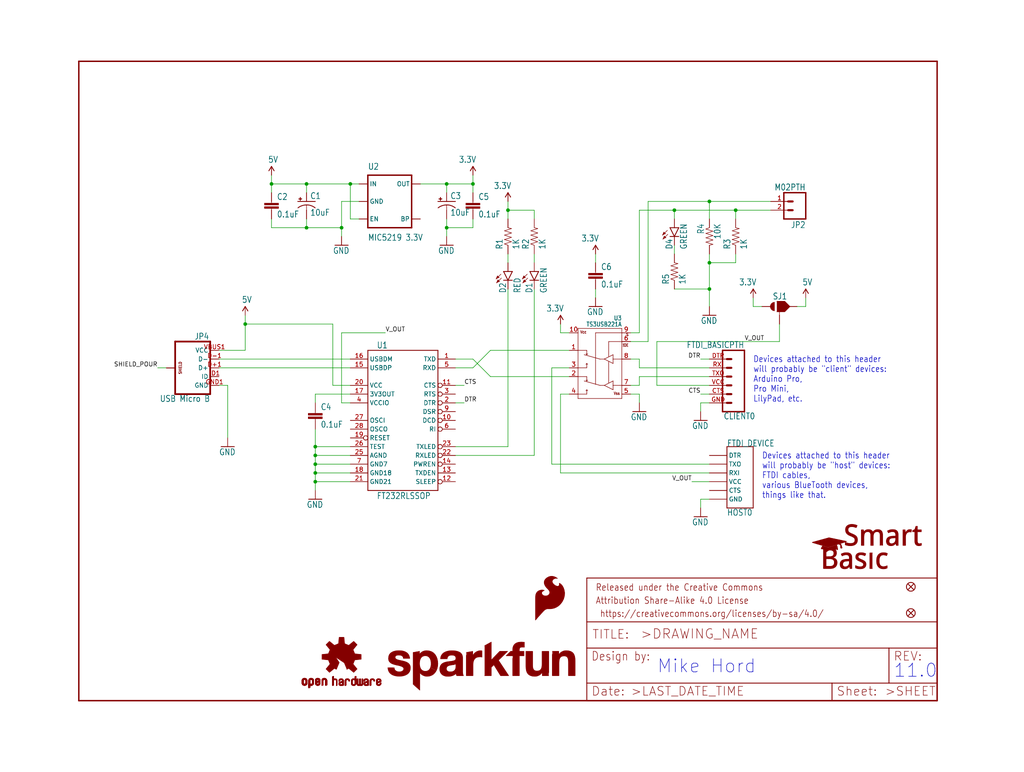
<source format=kicad_sch>
(kicad_sch (version 20211123) (generator eeschema)
  (paper "User" 297.002 223.926)
  (lib_symbols
    (symbol "eagleSchem-eagle-import:0.1UF-25V(+80{slash}-20%)(0603)"
      (property "Reference" "C" (at 1.524 2.921 0))
      (property "Value" "0.1UF-25V(+80{slash}-20%)(0603)" (at 1.524 -2.159 0))
      (symbol "0.1UF-25V(+80{slash}-20%)(0603)_1_0"
        (pin passive line (at 0 5.08 270) (length 2.54) (name "1") (number "1"))
        (pin passive line (at 0 -2.54 90) (length 2.54) (name "2") (number "2"))
      )
    )
    (symbol "eagleSchem-eagle-import:10KOHM1{slash}10W1%(0603)0603"
      (property "Reference" "R" (at -3.81 1.4986 0))
      (property "Value" "10KOHM1{slash}10W1%(0603)0603" (at -3.81 -3.302 0))
      (symbol "10KOHM1{slash}10W1%(0603)0603_1_0"
        (pin passive line (at -5.08 0 0) (length 2.54) (name "1") (number "1"))
        (pin passive line (at 5.08 0 180) (length 2.54) (name "2") (number "2"))
      )
    )
    (symbol "eagleSchem-eagle-import:10UF-16V-10%(TANT)"
      (property "Reference" "C" (at 1.016 0.635 0))
      (property "Value" "10UF-16V-10%(TANT)" (at 1.016 -4.191 0))
      (symbol "10UF-16V-10%(TANT)_1_0"
        (pin passive line (at 0 2.54 270) (length 2.54) (name "+") (number "A"))
        (pin passive line (at 0 -5.08 90) (length 2.54) (name "-") (number "C"))
      )
    )
    (symbol "eagleSchem-eagle-import:1KOHM1{slash}10W1%(0603)"
      (property "Reference" "R" (at -3.81 1.4986 0))
      (property "Value" "1KOHM1{slash}10W1%(0603)" (at -3.81 -3.302 0))
      (symbol "1KOHM1{slash}10W1%(0603)_1_0"
        (pin passive line (at -5.08 0 0) (length 2.54) (name "1") (number "1"))
        (pin passive line (at 5.08 0 180) (length 2.54) (name "2") (number "2"))
      )
    )
    (symbol "eagleSchem-eagle-import:3.3V" (power)
      (property "Value" "3.3V" (at -1.016 3.556 0))
      (symbol "3.3V_1_0"
        (pin power_in line (at 0 0 90) (length 2.54) (name "3.3V") (number "1"))
      )
    )
    (symbol "eagleSchem-eagle-import:5V" (power)
      (property "Value" "5V" (at -1.016 3.556 0))
      (symbol "5V_1_0"
        (pin power_in line (at 0 0 90) (length 2.54) (name "5V") (number "1"))
      )
    )
    (symbol "eagleSchem-eagle-import:FIDUCIAL1X2")
    (symbol "eagleSchem-eagle-import:FRAME-LETTER"
      (symbol "FRAME-LETTER_2_0"
        (text " https://creativecommons.org/licenses/by-sa/4.0/" (at 2.54 24.13 0) (effects (font (size 1.9304 1.6408)) (justify left bottom)))
        (text ">DRAWING_NAME" (at 15.494 17.78 0) (effects (font (size 2.7432 2.7432)) (justify left bottom)))
        (text ">LAST_DATE_TIME" (at 12.7 1.27 0) (effects (font (size 2.54 2.54)) (justify left bottom)))
        (text ">SHEET" (at 86.36 1.27 0) (effects (font (size 2.54 2.54)) (justify left bottom)))
        (text "Attribution Share-Alike 4.0 License" (at 2.54 27.94 0) (effects (font (size 1.9304 1.6408)) (justify left bottom)))
        (text "Date:" (at 1.27 1.27 0) (effects (font (size 2.54 2.54)) (justify left bottom)))
        (text "Design by:" (at 1.27 11.43 0) (effects (font (size 2.54 2.159)) (justify left bottom)))
        (text "Released under the Creative Commons" (at 2.54 31.75 0) (effects (font (size 1.9304 1.6408)) (justify left bottom)))
        (text "REV:" (at 88.9 11.43 0) (effects (font (size 2.54 2.54)) (justify left bottom)))
        (text "Sheet:" (at 72.39 1.27 0) (effects (font (size 2.54 2.54)) (justify left bottom)))
        (text "TITLE:" (at 1.524 17.78 0) (effects (font (size 2.54 2.54)) (justify left bottom)))
      )
    )
    (symbol "eagleSchem-eagle-import:FT232RLSSOP"
      (property "Reference" "U" (at -7.62 20.828 0))
      (property "Value" "FT232RLSSOP" (at -7.62 -22.86 0))
      (symbol "FT232RLSSOP_1_0"
        (pin output line (at 15.24 17.78 180) (length 5.08) (name "TXD") (number "1"))
        (pin input inverted (at 15.24 0 180) (length 5.08) (name "DCD") (number "10"))
        (pin input inverted (at 15.24 10.16 180) (length 5.08) (name "CTS") (number "11"))
        (pin input inverted (at 15.24 -17.78 180) (length 5.08) (name "SLEEP") (number "12"))
        (pin input line (at 15.24 -15.24 180) (length 5.08) (name "TXDEN") (number "13"))
        (pin input inverted (at 15.24 -12.7 180) (length 5.08) (name "PWREN") (number "14"))
        (pin bidirectional line (at -15.24 15.24 0) (length 5.08) (name "USBDP") (number "15"))
        (pin bidirectional line (at -15.24 17.78 0) (length 5.08) (name "USBDM") (number "16"))
        (pin output line (at -15.24 7.62 0) (length 5.08) (name "3V3OUT") (number "17"))
        (pin power_in line (at -15.24 -15.24 0) (length 5.08) (name "GND18") (number "18"))
        (pin input inverted (at -15.24 -5.08 0) (length 5.08) (name "RESET") (number "19"))
        (pin output inverted (at 15.24 5.08 180) (length 5.08) (name "DTR") (number "2"))
        (pin power_in line (at -15.24 10.16 0) (length 5.08) (name "VCC") (number "20"))
        (pin power_in line (at -15.24 -17.78 0) (length 5.08) (name "GND21") (number "21"))
        (pin input inverted (at 15.24 -10.16 180) (length 5.08) (name "RXLED") (number "22"))
        (pin input inverted (at 15.24 -7.62 180) (length 5.08) (name "TXLED") (number "23"))
        (pin power_in line (at -15.24 -10.16 0) (length 5.08) (name "AGND") (number "25"))
        (pin input line (at -15.24 -7.62 0) (length 5.08) (name "TEST") (number "26"))
        (pin input line (at -15.24 0 0) (length 5.08) (name "OSCI") (number "27"))
        (pin output line (at -15.24 -2.54 0) (length 5.08) (name "OSCO") (number "28"))
        (pin output inverted (at 15.24 7.62 180) (length 5.08) (name "RTS") (number "3"))
        (pin power_in line (at -15.24 5.08 0) (length 5.08) (name "VCCIO") (number "4"))
        (pin input line (at 15.24 15.24 180) (length 5.08) (name "RXD") (number "5"))
        (pin input inverted (at 15.24 -2.54 180) (length 5.08) (name "RI") (number "6"))
        (pin power_in line (at -15.24 -12.7 0) (length 5.08) (name "GND7") (number "7"))
        (pin input inverted (at 15.24 2.54 180) (length 5.08) (name "DSR") (number "9"))
      )
    )
    (symbol "eagleSchem-eagle-import:FTDI_BASICPTH"
      (property "Reference" "JP" (at -5.08 10.922 0))
      (property "Value" "FTDI_BASICPTH" (at -5.08 -10.16 0))
      (symbol "FTDI_BASICPTH_1_0"
        (pin passive line (at 5.08 5.08 180) (length 5.08) (name "5") (number "CTS"))
        (pin passive line (at 5.08 -5.08 180) (length 5.08) (name "1") (number "DTR"))
        (pin passive line (at 5.08 7.62 180) (length 5.08) (name "6") (number "GND"))
        (pin passive line (at 5.08 -2.54 180) (length 5.08) (name "2") (number "RXI"))
        (pin passive line (at 5.08 0 180) (length 5.08) (name "3") (number "TXO"))
        (pin passive line (at 5.08 2.54 180) (length 5.08) (name "4") (number "VCC"))
      )
    )
    (symbol "eagleSchem-eagle-import:FTDI_DEVICE"
      (property "Reference" "JP" (at 0 10.16 0))
      (property "Value" "FTDI_DEVICE" (at 0 7.62 0))
      (symbol "FTDI_DEVICE_1_0"
        (pin bidirectional line (at -5.08 5.08 0) (length 5.08) (name "DTR") (number "P$1"))
        (pin bidirectional line (at -5.08 2.54 0) (length 5.08) (name "TXO") (number "P$2"))
        (pin bidirectional line (at -5.08 0 0) (length 5.08) (name "RXI") (number "P$3"))
        (pin bidirectional line (at -5.08 -2.54 0) (length 5.08) (name "VCC") (number "P$4"))
        (pin bidirectional line (at -5.08 -5.08 0) (length 5.08) (name "CTS") (number "P$5"))
        (pin bidirectional line (at -5.08 -7.62 0) (length 5.08) (name "GND") (number "P$6"))
      )
    )
    (symbol "eagleSchem-eagle-import:GND" (power)
      (property "Value" "GND" (at -2.54 -2.54 0))
      (symbol "GND_1_0"
        (pin power_in line (at 0 2.54 270) (length 2.54) (name "GND") (number "1"))
      )
    )
    (symbol "eagleSchem-eagle-import:JUMPER-PAD-3-2OF3_NC_BY_PASTE"
      (property "Value" "JUMPER-PAD-3-2OF3_NC_BY_PASTE" (at 2.54 -1.905 0))
      (symbol "JUMPER-PAD-3-2OF3_NC_BY_PASTE_1_0"
        (pin passive line (at 0 5.08 270) (length 2.54) (name "1") (number "1"))
        (pin passive line (at -5.08 0 0) (length 2.54) (name "2") (number "2"))
        (pin passive line (at 0 -5.08 90) (length 2.54) (name "3") (number "3"))
      )
    )
    (symbol "eagleSchem-eagle-import:LED-GREEN0603"
      (property "Reference" "D" (at 3.556 -4.572 90))
      (property "Value" "LED-GREEN0603" (at 5.715 -4.572 90))
      (symbol "LED-GREEN0603_1_0"
        (pin passive line (at 0 2.54 270) (length 2.54) (name "A") (number "A"))
        (pin passive line (at 0 -5.08 90) (length 2.54) (name "C") (number "C"))
      )
    )
    (symbol "eagleSchem-eagle-import:LED-RED0603"
      (property "Reference" "D" (at 3.556 -4.572 90))
      (property "Value" "LED-RED0603" (at 5.715 -4.572 90))
      (symbol "LED-RED0603_1_0"
        (pin passive line (at 0 2.54 270) (length 2.54) (name "A") (number "A"))
        (pin passive line (at 0 -5.08 90) (length 2.54) (name "C") (number "C"))
      )
    )
    (symbol "eagleSchem-eagle-import:M02PTH"
      (property "Reference" "JP" (at -2.54 5.842 0))
      (property "Value" "M02PTH" (at -2.54 -5.08 0))
      (symbol "M02PTH_1_0"
        (pin passive line (at 7.62 0 180) (length 5.08) (name "1") (number "1"))
        (pin passive line (at 7.62 2.54 180) (length 5.08) (name "2") (number "2"))
      )
    )
    (symbol "eagleSchem-eagle-import:OSHW-LOGOS")
    (symbol "eagleSchem-eagle-import:SFE_LOGO_FLAME.2_INCH")
    (symbol "eagleSchem-eagle-import:SFE_LOGO_NAME.1_INCH")
    (symbol "eagleSchem-eagle-import:SMART_BASIC_LOGO")
    (symbol "eagleSchem-eagle-import:TS3USB221A"
      (property "Reference" "U" (at 0 21.336 0))
      (property "Value" "TS3USB221A" (at 0 19.558 0))
      (symbol "TS3USB221A_1_0"
        (text "!OE" (at -2.032 13.716 0) (effects (font (size 0.8128 0.6908)) (justify left bottom)))
        (text "S" (at -2.032 16.764 0) (effects (font (size 0.8128 0.6908)) (justify left bottom)))
        (text "Vcc" (at 10.16 17.526 0) (effects (font (size 0.8128 0.6908)) (justify left bottom)))
        (text "Vss" (at 0.508 -0.254 0) (effects (font (size 0.8128 0.6908)) (justify left bottom)))
        (pin bidirectional line (at 15.24 12.7 180) (length 2.54) (name "1D+") (number "1"))
        (pin bidirectional line (at 15.24 17.78 180) (length 2.54) (name "VCC") (number "10"))
        (pin bidirectional line (at 15.24 5.08 180) (length 2.54) (name "1D-") (number "2"))
        (pin bidirectional line (at 15.24 7.62 180) (length 2.54) (name "2D+") (number "3"))
        (pin bidirectional line (at 15.24 0 180) (length 2.54) (name "2D-") (number "4"))
        (pin bidirectional line (at -2.54 0 0) (length 2.54) (name "VSS") (number "5"))
        (pin bidirectional line (at -2.54 15.24 0) (length 2.54) (name "~{OE}") (number "6"))
        (pin bidirectional line (at -2.54 2.54 0) (length 2.54) (name "D-") (number "7"))
        (pin bidirectional line (at -2.54 10.16 0) (length 2.54) (name "D+") (number "8"))
        (pin bidirectional line (at -2.54 17.78 0) (length 2.54) (name "S") (number "9"))
      )
    )
    (symbol "eagleSchem-eagle-import:USB_MICROB_PLUGCONN-11752"
      (property "Reference" "JP" (at -4.826 8.128 0))
      (property "Value" "USB_MICROB_PLUGCONN-11752" (at -5.08 -9.906 0))
      (symbol "USB_MICROB_PLUGCONN-11752_1_0"
        (text "SHIELD" (at 4.064 0 900) (effects (font (size 0.8128 0.6908)) (justify bottom)))
        (pin bidirectional line (at -7.62 0 0) (length 2.54) (name "D+") (number "D+1"))
        (pin bidirectional line (at -7.62 2.54 0) (length 2.54) (name "D-") (number "D-1"))
        (pin bidirectional line (at -7.62 -5.08 0) (length 2.54) (name "GND") (number "GND1"))
        (pin bidirectional line (at -7.62 -2.54 0) (length 2.54) (name "ID") (number "ID1"))
        (pin bidirectional line (at 7.62 0 180) (length 2.54) (name "SHIELD") (number "SHIELD1"))
        (pin bidirectional line (at 7.62 0 180) (length 2.54) (name "SHIELD") (number "SHIELD2"))
        (pin bidirectional line (at 7.62 0 180) (length 2.54) (name "SHIELD") (number "SHIELD3"))
        (pin bidirectional line (at -7.62 5.08 0) (length 2.54) (name "VCC") (number "VBUS1"))
      )
    )
    (symbol "eagleSchem-eagle-import:V_REG_MIC52193.3V"
      (property "Reference" "U" (at -7.62 9.144 0))
      (property "Value" "V_REG_MIC52193.3V" (at -7.62 -11.43 0))
      (symbol "V_REG_MIC52193.3V_1_0"
        (pin input line (at -10.16 5.08 0) (length 2.54) (name "IN") (number "1"))
        (pin input line (at -10.16 0 0) (length 2.54) (name "GND") (number "2"))
        (pin input line (at -10.16 -5.08 0) (length 2.54) (name "EN") (number "3"))
        (pin input line (at 7.62 -5.08 180) (length 2.54) (name "BP") (number "4"))
        (pin passive line (at 7.62 5.08 180) (length 2.54) (name "OUT") (number "5"))
      )
    )
  )
  (junction (at 213.36 60.96))
  (junction (at 71.12 93.98))
  (junction (at 91.44 132.08))
  (junction (at 88.9 66.04))
  (junction (at 147.32 60.96))
  (junction (at 91.44 137.16))
  (junction (at 205.74 76.2))
  (junction (at 101.6 53.34))
  (junction (at 205.74 58.42))
  (junction (at 129.54 53.34))
  (junction (at 195.58 60.96))
  (junction (at 78.74 53.34))
  (junction (at 99.06 66.04))
  (junction (at 129.54 66.04))
  (junction (at 91.44 139.7))
  (junction (at 91.44 129.54))
  (junction (at 88.9 53.34))
  (junction (at 91.44 134.62))
  (junction (at 137.16 53.34))
  (junction (at 205.74 83.82))
  (wire (pts (xy 101.6 139.7) (xy 91.44 139.7)))
  (wire (pts (xy 162.56 137.16) (xy 205.74 137.16)))
  (wire (pts (xy 63.5 104.14) (xy 101.6 104.14)))
  (wire (pts (xy 99.06 116.84) (xy 99.06 96.52)))
  (wire (pts (xy 218.44 88.9) (xy 218.44 86.36)))
  (wire (pts (xy 205.74 58.42) (xy 205.74 63.5)))
  (wire (pts (xy 88.9 53.34) (xy 101.6 53.34)))
  (wire (pts (xy 147.32 76.2) (xy 147.32 73.66)))
  (wire (pts (xy 165.1 106.68) (xy 160.02 106.68)))
  (wire (pts (xy 101.6 63.5) (xy 101.6 53.34)))
  (wire (pts (xy 91.44 124.46) (xy 91.44 129.54)))
  (wire (pts (xy 91.44 114.3) (xy 91.44 116.84)))
  (wire (pts (xy 48.26 106.68) (xy 45.72 106.68)))
  (wire (pts (xy 154.94 76.2) (xy 154.94 73.66)))
  (wire (pts (xy 137.16 53.34) (xy 137.16 55.88)))
  (wire (pts (xy 203.2 116.84) (xy 205.74 116.84)))
  (wire (pts (xy 129.54 66.04) (xy 137.16 66.04)))
  (wire (pts (xy 165.1 101.6) (xy 142.24 101.6)))
  (wire (pts (xy 96.52 111.76) (xy 101.6 111.76)))
  (wire (pts (xy 213.36 60.96) (xy 213.36 63.5)))
  (wire (pts (xy 63.5 106.68) (xy 101.6 106.68)))
  (wire (pts (xy 101.6 132.08) (xy 91.44 132.08)))
  (wire (pts (xy 147.32 60.96) (xy 147.32 63.5)))
  (wire (pts (xy 220.98 88.9) (xy 218.44 88.9)))
  (wire (pts (xy 187.96 99.06) (xy 182.88 99.06)))
  (wire (pts (xy 129.54 68.58) (xy 129.54 66.04)))
  (wire (pts (xy 137.16 104.14) (xy 142.24 109.22)))
  (wire (pts (xy 205.74 83.82) (xy 205.74 76.2)))
  (wire (pts (xy 132.08 104.14) (xy 137.16 104.14)))
  (wire (pts (xy 132.08 111.76) (xy 134.62 111.76)))
  (wire (pts (xy 71.12 93.98) (xy 71.12 91.44)))
  (wire (pts (xy 195.58 60.96) (xy 185.42 60.96)))
  (wire (pts (xy 195.58 73.66) (xy 195.58 71.12)))
  (wire (pts (xy 231.14 88.9) (xy 233.68 88.9)))
  (wire (pts (xy 185.42 106.68) (xy 185.42 104.14)))
  (wire (pts (xy 99.06 68.58) (xy 99.06 66.04)))
  (wire (pts (xy 147.32 58.42) (xy 147.32 60.96)))
  (wire (pts (xy 160.02 134.62) (xy 205.74 134.62)))
  (wire (pts (xy 213.36 60.96) (xy 195.58 60.96)))
  (wire (pts (xy 88.9 63.5) (xy 88.9 66.04)))
  (wire (pts (xy 137.16 106.68) (xy 132.08 106.68)))
  (wire (pts (xy 190.5 111.76) (xy 190.5 99.06)))
  (wire (pts (xy 104.14 63.5) (xy 101.6 63.5)))
  (wire (pts (xy 78.74 50.8) (xy 78.74 53.34)))
  (wire (pts (xy 205.74 114.3) (xy 203.2 114.3)))
  (wire (pts (xy 78.74 63.5) (xy 78.74 66.04)))
  (wire (pts (xy 223.52 58.42) (xy 205.74 58.42)))
  (wire (pts (xy 172.72 73.66) (xy 172.72 76.2)))
  (wire (pts (xy 101.6 134.62) (xy 91.44 134.62)))
  (wire (pts (xy 132.08 116.84) (xy 134.62 116.84)))
  (wire (pts (xy 162.56 93.98) (xy 162.56 96.52)))
  (wire (pts (xy 121.92 53.34) (xy 129.54 53.34)))
  (wire (pts (xy 66.04 111.76) (xy 66.04 127)))
  (wire (pts (xy 185.42 109.22) (xy 185.42 111.76)))
  (wire (pts (xy 205.74 76.2) (xy 205.74 73.66)))
  (wire (pts (xy 233.68 88.9) (xy 233.68 86.36)))
  (wire (pts (xy 99.06 58.42) (xy 99.06 66.04)))
  (wire (pts (xy 185.42 60.96) (xy 185.42 96.52)))
  (wire (pts (xy 205.74 111.76) (xy 190.5 111.76)))
  (wire (pts (xy 172.72 83.82) (xy 172.72 86.36)))
  (wire (pts (xy 99.06 96.52) (xy 111.76 96.52)))
  (wire (pts (xy 205.74 104.14) (xy 203.2 104.14)))
  (wire (pts (xy 185.42 104.14) (xy 182.88 104.14)))
  (wire (pts (xy 147.32 60.96) (xy 154.94 60.96)))
  (wire (pts (xy 91.44 139.7) (xy 91.44 142.24)))
  (wire (pts (xy 160.02 106.68) (xy 160.02 134.62)))
  (wire (pts (xy 205.74 58.42) (xy 187.96 58.42)))
  (wire (pts (xy 96.52 93.98) (xy 96.52 111.76)))
  (wire (pts (xy 129.54 66.04) (xy 129.54 63.5)))
  (wire (pts (xy 78.74 66.04) (xy 88.9 66.04)))
  (wire (pts (xy 101.6 129.54) (xy 91.44 129.54)))
  (wire (pts (xy 101.6 114.3) (xy 91.44 114.3)))
  (wire (pts (xy 154.94 60.96) (xy 154.94 63.5)))
  (wire (pts (xy 187.96 58.42) (xy 187.96 99.06)))
  (wire (pts (xy 104.14 58.42) (xy 99.06 58.42)))
  (wire (pts (xy 162.56 114.3) (xy 162.56 137.16)))
  (wire (pts (xy 129.54 53.34) (xy 137.16 53.34)))
  (wire (pts (xy 185.42 111.76) (xy 182.88 111.76)))
  (wire (pts (xy 71.12 101.6) (xy 71.12 93.98)))
  (wire (pts (xy 185.42 114.3) (xy 185.42 116.84)))
  (wire (pts (xy 203.2 119.38) (xy 203.2 116.84)))
  (wire (pts (xy 213.36 60.96) (xy 223.52 60.96)))
  (wire (pts (xy 226.06 99.06) (xy 226.06 93.98)))
  (wire (pts (xy 147.32 83.82) (xy 147.32 129.54)))
  (wire (pts (xy 165.1 114.3) (xy 162.56 114.3)))
  (wire (pts (xy 101.6 137.16) (xy 91.44 137.16)))
  (wire (pts (xy 162.56 96.52) (xy 165.1 96.52)))
  (wire (pts (xy 63.5 101.6) (xy 71.12 101.6)))
  (wire (pts (xy 154.94 132.08) (xy 132.08 132.08)))
  (wire (pts (xy 91.44 137.16) (xy 91.44 139.7)))
  (wire (pts (xy 137.16 50.8) (xy 137.16 53.34)))
  (wire (pts (xy 190.5 99.06) (xy 226.06 99.06)))
  (wire (pts (xy 91.44 132.08) (xy 91.44 134.62)))
  (wire (pts (xy 137.16 66.04) (xy 137.16 63.5)))
  (wire (pts (xy 129.54 53.34) (xy 129.54 55.88)))
  (wire (pts (xy 195.58 60.96) (xy 195.58 63.5)))
  (wire (pts (xy 213.36 76.2) (xy 205.74 76.2)))
  (wire (pts (xy 203.2 144.78) (xy 203.2 147.32)))
  (wire (pts (xy 195.58 83.82) (xy 205.74 83.82)))
  (wire (pts (xy 78.74 53.34) (xy 78.74 55.88)))
  (wire (pts (xy 147.32 129.54) (xy 132.08 129.54)))
  (wire (pts (xy 91.44 129.54) (xy 91.44 132.08)))
  (wire (pts (xy 213.36 73.66) (xy 213.36 76.2)))
  (wire (pts (xy 205.74 106.68) (xy 185.42 106.68)))
  (wire (pts (xy 101.6 53.34) (xy 104.14 53.34)))
  (wire (pts (xy 142.24 109.22) (xy 165.1 109.22)))
  (wire (pts (xy 205.74 109.22) (xy 185.42 109.22)))
  (wire (pts (xy 154.94 83.82) (xy 154.94 132.08)))
  (wire (pts (xy 88.9 55.88) (xy 88.9 53.34)))
  (wire (pts (xy 78.74 53.34) (xy 88.9 53.34)))
  (wire (pts (xy 91.44 134.62) (xy 91.44 137.16)))
  (wire (pts (xy 96.52 93.98) (xy 71.12 93.98)))
  (wire (pts (xy 205.74 139.7) (xy 200.66 139.7)))
  (wire (pts (xy 182.88 114.3) (xy 185.42 114.3)))
  (wire (pts (xy 185.42 96.52) (xy 182.88 96.52)))
  (wire (pts (xy 142.24 101.6) (xy 137.16 106.68)))
  (wire (pts (xy 99.06 66.04) (xy 88.9 66.04)))
  (wire (pts (xy 63.5 111.76) (xy 66.04 111.76)))
  (wire (pts (xy 205.74 88.9) (xy 205.74 83.82)))
  (wire (pts (xy 101.6 116.84) (xy 99.06 116.84)))
  (wire (pts (xy 205.74 144.78) (xy 203.2 144.78)))
  (text "Devices attached to this header\nwill probably be \"client\" devices:\nArduino Pro,\nPro Mini,\nLilyPad, etc." (at 218.44 116.84 0) (effects (font (size 1.778 1.5113)) (justify left bottom)))
  (text "Mike Hord" (at 190.5 195.58 180) (effects (font (size 3.81 3.81)) (justify left bottom)))
  (text "Devices attached to this header\nwill probably be \"host\" devices:\nFTDI cables,\nvarious BlueTooth devices,\nthings like that." (at 220.98 144.78 0) (effects (font (size 1.778 1.5113)) (justify left bottom)))
  (text "11.0" (at 259.08 196.85 180) (effects (font (size 3.81 3.81)) (justify left bottom)))
  (label "V_OUT" (at 215.9 99.06 0) (effects (font (size 1.2446 1.2446))))
  (label "CTS" (at 134.62 111.76 0) (effects (font (size 1.2446 1.2446))))
  (label "DTR" (at 134.62 116.84 0) (effects (font (size 1.2446 1.2446))))
  (label "SHIELD_POUR" (at 45.72 106.68 180) (effects (font (size 1.2446 1.2446))))
  (label "V_OUT" (at 111.76 96.52 0) (effects (font (size 1.2446 1.2446))))
  (label "V_OUT" (at 200.66 139.7 180) (effects (font (size 1.2446 1.2446))))
  (label "DTR" (at 203.2 104.14 180) (effects (font (size 1.2446 1.2446))))
  (label "CTS" (at 203.2 114.3 180) (effects (font (size 1.2446 1.2446))))
  (symbol (lib_id "eagleSchem-eagle-import:5V") (at 78.74 50.8 0) (unit 1)
    (property "Reference" "#SUPPLY1" (effects hide))
    (property "Value" "5V" (at 77.724 47.244 0) (effects (font (size 1.778 1.5113)) (justify left bottom)))
    (property "Footprint" "eagleSchem:" (effects hide))
  )
  (symbol (lib_id "eagleSchem-eagle-import:FIDUCIAL1X2") (at 264.16 177.8 0) (unit 1)
    (property "Reference" "FID2" (effects hide))
    (property "Value" "FIDUCIAL1X2" (effects hide))
    (property "Footprint" "eagleSchem:FIDUCIAL-1X2" (effects hide))
  )
  (symbol (lib_id "eagleSchem-eagle-import:GND") (at 172.72 88.9 0) (unit 1)
    (property "Reference" "#GND9" (effects hide))
    (property "Value" "GND" (at 170.18 91.44 0) (effects (font (size 1.778 1.5113)) (justify left bottom)))
    (property "Footprint" "eagleSchem:" (effects hide))
  )
  (symbol (lib_id "eagleSchem-eagle-import:1KOHM1{slash}10W1%(0603)") (at 154.94 68.58 90) (unit 1)
    (property "Reference" "R2" (at 153.4414 72.39 0) (effects (font (size 1.778 1.5113)) (justify left bottom)))
    (property "Value" "1K" (at 158.242 72.39 0) (effects (font (size 1.778 1.5113)) (justify left bottom)))
    (property "Footprint" "eagleSchem:0603-RES" (effects hide))
  )
  (symbol (lib_id "eagleSchem-eagle-import:1KOHM1{slash}10W1%(0603)") (at 147.32 68.58 90) (unit 1)
    (property "Reference" "R1" (at 145.8214 72.39 0) (effects (font (size 1.778 1.5113)) (justify left bottom)))
    (property "Value" "1K" (at 150.622 72.39 0) (effects (font (size 1.778 1.5113)) (justify left bottom)))
    (property "Footprint" "eagleSchem:0603-RES" (effects hide))
  )
  (symbol (lib_id "eagleSchem-eagle-import:3.3V") (at 147.32 58.42 0) (mirror y) (unit 1)
    (property "Reference" "#SUPPLY2" (effects hide))
    (property "Value" "3.3V" (at 148.336 54.864 0) (effects (font (size 1.778 1.5113)) (justify left bottom)))
    (property "Footprint" "eagleSchem:" (effects hide))
  )
  (symbol (lib_id "eagleSchem-eagle-import:10UF-16V-10%(TANT)") (at 88.9 58.42 0) (unit 1)
    (property "Reference" "C1" (at 89.916 57.785 0) (effects (font (size 1.778 1.5113)) (justify left bottom)))
    (property "Value" "10uF" (at 89.916 62.611 0) (effects (font (size 1.778 1.5113)) (justify left bottom)))
    (property "Footprint" "eagleSchem:EIA3216" (effects hide))
  )
  (symbol (lib_id "eagleSchem-eagle-import:3.3V") (at 137.16 50.8 0) (mirror y) (unit 1)
    (property "Reference" "#SUPPLY3" (effects hide))
    (property "Value" "3.3V" (at 138.176 47.244 0) (effects (font (size 1.778 1.5113)) (justify left bottom)))
    (property "Footprint" "eagleSchem:" (effects hide))
  )
  (symbol (lib_id "eagleSchem-eagle-import:TS3USB221A") (at 180.34 114.3 0) (mirror y) (unit 1)
    (property "Reference" "U3" (at 180.34 92.964 0) (effects (font (size 1.27 1.0795)) (justify left bottom)))
    (property "Value" "TS3USB221A" (at 180.34 94.742 0) (effects (font (size 1.27 1.0795)) (justify left bottom)))
    (property "Footprint" "eagleSchem:QFN-10-RSE" (effects hide))
  )
  (symbol (lib_id "eagleSchem-eagle-import:FIDUCIAL1X2") (at 264.16 170.18 0) (unit 1)
    (property "Reference" "FID1" (effects hide))
    (property "Value" "FIDUCIAL1X2" (effects hide))
    (property "Footprint" "eagleSchem:FIDUCIAL-1X2" (effects hide))
  )
  (symbol (lib_id "eagleSchem-eagle-import:SMART_BASIC_LOGO") (at 238.76 165.1 0) (unit 1)
    (property "Reference" "U$1" (effects hide))
    (property "Value" "SMART_BASIC_LOGO" (effects hide))
    (property "Footprint" "eagleSchem:SMART_BASIC_LOGO" (effects hide))
  )
  (symbol (lib_id "eagleSchem-eagle-import:GND") (at 66.04 129.54 0) (unit 1)
    (property "Reference" "#GND1" (effects hide))
    (property "Value" "GND" (at 63.5 132.08 0) (effects (font (size 1.778 1.5113)) (justify left bottom)))
    (property "Footprint" "eagleSchem:" (effects hide))
  )
  (symbol (lib_id "eagleSchem-eagle-import:GND") (at 99.06 71.12 0) (unit 1)
    (property "Reference" "#GND6" (effects hide))
    (property "Value" "GND" (at 96.52 73.66 0) (effects (font (size 1.778 1.5113)) (justify left bottom)))
    (property "Footprint" "eagleSchem:" (effects hide))
  )
  (symbol (lib_id "eagleSchem-eagle-import:FT232RLSSOP") (at 116.84 121.92 0) (unit 1)
    (property "Reference" "U1" (at 109.22 101.092 0) (effects (font (size 1.778 1.5113)) (justify left bottom)))
    (property "Value" "FT232RLSSOP" (at 109.22 144.78 0) (effects (font (size 1.778 1.5113)) (justify left bottom)))
    (property "Footprint" "eagleSchem:SSOP28DB" (effects hide))
  )
  (symbol (lib_id "eagleSchem-eagle-import:3.3V") (at 172.72 73.66 0) (mirror y) (unit 1)
    (property "Reference" "#SUPPLY9" (effects hide))
    (property "Value" "3.3V" (at 173.736 70.104 0) (effects (font (size 1.778 1.5113)) (justify left bottom)))
    (property "Footprint" "eagleSchem:" (effects hide))
  )
  (symbol (lib_id "eagleSchem-eagle-import:SFE_LOGO_NAME.1_INCH") (at 110.49 200.152 0) (unit 1)
    (property "Reference" "LOGO1" (effects hide))
    (property "Value" "SFE_LOGO_NAME.1_INCH" (effects hide))
    (property "Footprint" "eagleSchem:SFE_LOGO_NAME_.1" (effects hide))
  )
  (symbol (lib_id "eagleSchem-eagle-import:5V") (at 71.12 91.44 0) (unit 1)
    (property "Reference" "#SUPPLY4" (effects hide))
    (property "Value" "5V" (at 70.104 87.884 0) (effects (font (size 1.778 1.5113)) (justify left bottom)))
    (property "Footprint" "eagleSchem:" (effects hide))
  )
  (symbol (lib_id "eagleSchem-eagle-import:OSHW-LOGOS") (at 99.06 190.5 0) (unit 1)
    (property "Reference" "LOGO3" (effects hide))
    (property "Value" "OSHW-LOGOS" (effects hide))
    (property "Footprint" "eagleSchem:OSHW-LOGO-S" (effects hide))
  )
  (symbol (lib_id "eagleSchem-eagle-import:GND") (at 205.74 91.44 0) (unit 1)
    (property "Reference" "#GND3" (effects hide))
    (property "Value" "GND" (at 203.2 93.98 0) (effects (font (size 1.778 1.5113)) (justify left bottom)))
    (property "Footprint" "eagleSchem:" (effects hide))
  )
  (symbol (lib_id "eagleSchem-eagle-import:FTDI_BASICPTH") (at 210.82 109.22 180) (unit 1)
    (property "Reference" "CLIENT0" (at 209.804 121.666 0) (effects (font (size 1.778 1.5113)) (justify right top)))
    (property "Value" "FTDI_BASICPTH" (at 215.9 99.06 0) (effects (font (size 1.778 1.5113)) (justify left bottom)))
    (property "Footprint" "eagleSchem:FTDI_BASIC" (effects hide))
  )
  (symbol (lib_id "eagleSchem-eagle-import:3.3V") (at 218.44 86.36 0) (mirror y) (unit 1)
    (property "Reference" "#SUPPLY6" (effects hide))
    (property "Value" "3.3V" (at 219.456 82.804 0) (effects (font (size 1.778 1.5113)) (justify left bottom)))
    (property "Footprint" "eagleSchem:" (effects hide))
  )
  (symbol (lib_id "eagleSchem-eagle-import:LED-GREEN0603") (at 195.58 66.04 0) (unit 1)
    (property "Reference" "D4" (at 195.072 72.39 90) (effects (font (size 1.778 1.5113)) (justify left bottom)))
    (property "Value" "GREEN" (at 199.263 72.39 90) (effects (font (size 1.778 1.5113)) (justify left bottom)))
    (property "Footprint" "eagleSchem:LED-0603" (effects hide))
  )
  (symbol (lib_id "eagleSchem-eagle-import:0.1UF-25V(+80{slash}-20%)(0603)") (at 172.72 81.28 0) (unit 1)
    (property "Reference" "C6" (at 174.244 78.359 0) (effects (font (size 1.778 1.5113)) (justify left bottom)))
    (property "Value" "0.1uF" (at 174.244 83.439 0) (effects (font (size 1.778 1.5113)) (justify left bottom)))
    (property "Footprint" "eagleSchem:0603-CAP" (effects hide))
  )
  (symbol (lib_id "eagleSchem-eagle-import:3.3V") (at 162.56 93.98 0) (mirror y) (unit 1)
    (property "Reference" "#SUPPLY7" (effects hide))
    (property "Value" "3.3V" (at 163.576 90.424 0) (effects (font (size 1.778 1.5113)) (justify left bottom)))
    (property "Footprint" "eagleSchem:" (effects hide))
  )
  (symbol (lib_id "eagleSchem-eagle-import:LED-GREEN0603") (at 154.94 78.74 0) (unit 1)
    (property "Reference" "D1" (at 154.432 85.09 90) (effects (font (size 1.778 1.5113)) (justify left bottom)))
    (property "Value" "GREEN" (at 158.623 85.09 90) (effects (font (size 1.778 1.5113)) (justify left bottom)))
    (property "Footprint" "eagleSchem:LED-0603" (effects hide))
  )
  (symbol (lib_id "eagleSchem-eagle-import:0.1UF-25V(+80{slash}-20%)(0603)") (at 78.74 60.96 0) (unit 1)
    (property "Reference" "C2" (at 80.264 58.039 0) (effects (font (size 1.778 1.5113)) (justify left bottom)))
    (property "Value" "0.1uF" (at 80.264 63.119 0) (effects (font (size 1.778 1.5113)) (justify left bottom)))
    (property "Footprint" "eagleSchem:0603-CAP" (effects hide))
  )
  (symbol (lib_id "eagleSchem-eagle-import:LED-RED0603") (at 147.32 78.74 0) (unit 1)
    (property "Reference" "D2" (at 146.812 85.09 90) (effects (font (size 1.778 1.5113)) (justify left bottom)))
    (property "Value" "RED" (at 151.003 85.09 90) (effects (font (size 1.778 1.5113)) (justify left bottom)))
    (property "Footprint" "eagleSchem:LED-0603" (effects hide))
  )
  (symbol (lib_id "eagleSchem-eagle-import:10KOHM1{slash}10W1%(0603)0603") (at 205.74 68.58 90) (mirror x) (unit 1)
    (property "Reference" "R4" (at 204.2414 64.77 0) (effects (font (size 1.778 1.5113)) (justify left bottom)))
    (property "Value" "10K" (at 209.042 64.77 0) (effects (font (size 1.778 1.5113)) (justify left bottom)))
    (property "Footprint" "eagleSchem:0603-RES" (effects hide))
  )
  (symbol (lib_id "eagleSchem-eagle-import:GND") (at 185.42 119.38 0) (unit 1)
    (property "Reference" "#GND2" (effects hide))
    (property "Value" "GND" (at 182.88 121.92 0) (effects (font (size 1.778 1.5113)) (justify left bottom)))
    (property "Footprint" "eagleSchem:" (effects hide))
  )
  (symbol (lib_id "eagleSchem-eagle-import:FTDI_DEVICE") (at 210.82 137.16 0) (unit 1)
    (property "Reference" "HOST0" (at 210.82 149.606 0) (effects (font (size 1.778 1.5113)) (justify left bottom)))
    (property "Value" "FTDI_DEVICE" (at 210.82 129.54 0) (effects (font (size 1.778 1.5113)) (justify left bottom)))
    (property "Footprint" "eagleSchem:FTDI_DEVICE_SIDE" (effects hide))
  )
  (symbol (lib_id "eagleSchem-eagle-import:0.1UF-25V(+80{slash}-20%)(0603)") (at 91.44 121.92 0) (unit 1)
    (property "Reference" "C4" (at 92.964 118.999 0) (effects (font (size 1.778 1.5113)) (justify left bottom)))
    (property "Value" "0.1uF" (at 92.964 124.079 0) (effects (font (size 1.778 1.5113)) (justify left bottom)))
    (property "Footprint" "eagleSchem:0603-CAP" (effects hide))
  )
  (symbol (lib_id "eagleSchem-eagle-import:1KOHM1{slash}10W1%(0603)") (at 195.58 78.74 90) (unit 1)
    (property "Reference" "R5" (at 194.0814 82.55 0) (effects (font (size 1.778 1.5113)) (justify left bottom)))
    (property "Value" "1K" (at 198.882 82.55 0) (effects (font (size 1.778 1.5113)) (justify left bottom)))
    (property "Footprint" "eagleSchem:0603-RES" (effects hide))
  )
  (symbol (lib_id "eagleSchem-eagle-import:GND") (at 91.44 144.78 0) (unit 1)
    (property "Reference" "#GND7" (effects hide))
    (property "Value" "GND" (at 88.9 147.32 0) (effects (font (size 1.778 1.5113)) (justify left bottom)))
    (property "Footprint" "eagleSchem:" (effects hide))
  )
  (symbol (lib_id "eagleSchem-eagle-import:10UF-16V-10%(TANT)") (at 129.54 58.42 0) (unit 1)
    (property "Reference" "C3" (at 130.556 57.785 0) (effects (font (size 1.778 1.5113)) (justify left bottom)))
    (property "Value" "10uF" (at 130.556 62.611 0) (effects (font (size 1.778 1.5113)) (justify left bottom)))
    (property "Footprint" "eagleSchem:EIA3216" (effects hide))
  )
  (symbol (lib_id "eagleSchem-eagle-import:0.1UF-25V(+80{slash}-20%)(0603)") (at 137.16 60.96 0) (unit 1)
    (property "Reference" "C5" (at 138.684 58.039 0) (effects (font (size 1.778 1.5113)) (justify left bottom)))
    (property "Value" "0.1uF" (at 138.684 63.119 0) (effects (font (size 1.778 1.5113)) (justify left bottom)))
    (property "Footprint" "eagleSchem:0603-CAP" (effects hide))
  )
  (symbol (lib_id "eagleSchem-eagle-import:SFE_LOGO_FLAME.2_INCH") (at 154.94 180.34 0) (unit 1)
    (property "Reference" "LOGO2" (effects hide))
    (property "Value" "SFE_LOGO_FLAME.2_INCH" (effects hide))
    (property "Footprint" "eagleSchem:SFE_LOGO_FLAME_.2" (effects hide))
  )
  (symbol (lib_id "eagleSchem-eagle-import:M02PTH") (at 231.14 58.42 180) (unit 1)
    (property "Reference" "JP2" (at 233.68 64.262 0) (effects (font (size 1.778 1.5113)) (justify left bottom)))
    (property "Value" "M02PTH" (at 233.68 53.34 0) (effects (font (size 1.778 1.5113)) (justify left bottom)))
    (property "Footprint" "eagleSchem:1X02" (effects hide))
  )
  (symbol (lib_id "eagleSchem-eagle-import:USB_MICROB_PLUGCONN-11752") (at 55.88 106.68 0) (mirror y) (unit 1)
    (property "Reference" "JP4" (at 60.706 98.552 0) (effects (font (size 1.778 1.5113)) (justify left bottom)))
    (property "Value" "USB Micro B" (at 60.96 116.586 0) (effects (font (size 1.778 1.5113)) (justify left bottom)))
    (property "Footprint" "eagleSchem:USB-B-MICRO-SMD_V03" (effects hide))
  )
  (symbol (lib_id "eagleSchem-eagle-import:FRAME-LETTER") (at 170.18 203.2 0) (unit 2)
    (property "Reference" "FRAME1" (effects hide))
    (property "Value" "FRAME-LETTER" (effects hide))
    (property "Footprint" "eagleSchem:CREATIVE_COMMONS" (effects hide))
  )
  (symbol (lib_id "eagleSchem-eagle-import:V_REG_MIC52193.3V") (at 114.3 58.42 0) (unit 1)
    (property "Reference" "U2" (at 106.68 49.276 0) (effects (font (size 1.778 1.5113)) (justify left bottom)))
    (property "Value" "MIC5219 3.3V" (at 106.68 69.85 0) (effects (font (size 1.778 1.5113)) (justify left bottom)))
    (property "Footprint" "eagleSchem:SOT23-5" (effects hide))
  )
  (symbol (lib_id "eagleSchem-eagle-import:5V") (at 233.68 86.36 0) (unit 1)
    (property "Reference" "#SUPPLY8" (effects hide))
    (property "Value" "5V" (at 232.664 82.804 0) (effects (font (size 1.778 1.5113)) (justify left bottom)))
    (property "Footprint" "eagleSchem:" (effects hide))
  )
  (symbol (lib_id "eagleSchem-eagle-import:GND") (at 203.2 149.86 0) (unit 1)
    (property "Reference" "#GND8" (effects hide))
    (property "Value" "GND" (at 200.66 152.4 0) (effects (font (size 1.778 1.5113)) (justify left bottom)))
    (property "Footprint" "eagleSchem:" (effects hide))
  )
  (symbol (lib_id "eagleSchem-eagle-import:GND") (at 203.2 121.92 0) (unit 1)
    (property "Reference" "#GND4" (effects hide))
    (property "Value" "GND" (at 200.66 124.46 0) (effects (font (size 1.778 1.5113)) (justify left bottom)))
    (property "Footprint" "eagleSchem:" (effects hide))
  )
  (symbol (lib_id "eagleSchem-eagle-import:1KOHM1{slash}10W1%(0603)") (at 213.36 68.58 90) (unit 1)
    (property "Reference" "R3" (at 211.8614 72.39 0) (effects (font (size 1.778 1.5113)) (justify left bottom)))
    (property "Value" "1K" (at 216.662 72.39 0) (effects (font (size 1.778 1.5113)) (justify left bottom)))
    (property "Footprint" "eagleSchem:0603-RES" (effects hide))
  )
  (symbol (lib_id "eagleSchem-eagle-import:FRAME-LETTER") (at 22.86 203.2 0) (unit 1)
    (property "Reference" "FRAME1" (effects hide))
    (property "Value" "FRAME-LETTER" (effects hide))
    (property "Footprint" "eagleSchem:CREATIVE_COMMONS" (effects hide))
  )
  (symbol (lib_id "eagleSchem-eagle-import:JUMPER-PAD-3-2OF3_NC_BY_PASTE") (at 226.06 88.9 90) (unit 1)
    (property "Reference" "SJ1" (at 228.346 84.963 90) (effects (font (size 1.778 1.5113)) (justify left bottom)))
    (property "Value" "JUMPER-PAD-3-2OF3_NC_BY_PASTE" (effects hide))
    (property "Footprint" "eagleSchem:PAD-JUMPER-3-2OF3_NC_BY_PASTE_YES_SILK_FULL_BOX" (effects hide))
  )
  (symbol (lib_id "eagleSchem-eagle-import:GND") (at 129.54 71.12 0) (unit 1)
    (property "Reference" "#GND5" (effects hide))
    (property "Value" "GND" (at 127 73.66 0) (effects (font (size 1.778 1.5113)) (justify left bottom)))
    (property "Footprint" "eagleSchem:" (effects hide))
  )
)
</source>
